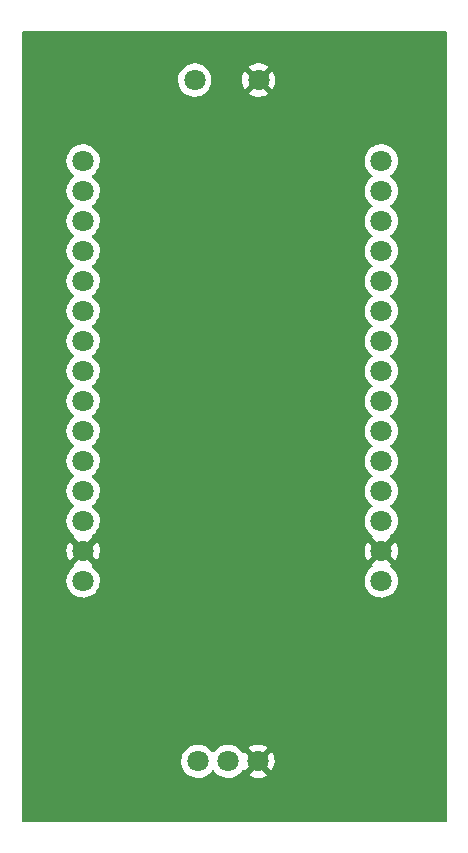
<source format=gbl>
G04 #@! TF.GenerationSoftware,KiCad,Pcbnew,(6.0.11-0)*
G04 #@! TF.CreationDate,2024-11-12T18:10:11+07:00*
G04 #@! TF.ProjectId,1,312e6b69-6361-4645-9f70-636258585858,rev?*
G04 #@! TF.SameCoordinates,Original*
G04 #@! TF.FileFunction,Copper,L2,Bot*
G04 #@! TF.FilePolarity,Positive*
%FSLAX46Y46*%
G04 Gerber Fmt 4.6, Leading zero omitted, Abs format (unit mm)*
G04 Created by KiCad (PCBNEW (6.0.11-0)) date 2024-11-12 18:10:11*
%MOMM*%
%LPD*%
G01*
G04 APERTURE LIST*
G04 #@! TA.AperFunction,ComponentPad*
%ADD10C,1.800000*%
G04 #@! TD*
G04 APERTURE END LIST*
D10*
X119150000Y-31670000D03*
X124500000Y-89340000D03*
X109700000Y-38510000D03*
X124550000Y-31670000D03*
X119420000Y-89340000D03*
X121960000Y-89340000D03*
X109700000Y-41050000D03*
X109700000Y-43590000D03*
X109700000Y-46130000D03*
X109700000Y-48670000D03*
X109700000Y-51210000D03*
X109700000Y-53750000D03*
X109700000Y-56290000D03*
X109700000Y-58830000D03*
X109700000Y-61370000D03*
X109700000Y-63910000D03*
X109700000Y-66450000D03*
X109700000Y-68990000D03*
X109700000Y-71530000D03*
X109700000Y-74070000D03*
X134950000Y-38510000D03*
X134950000Y-41050000D03*
X134950000Y-43590000D03*
X134950000Y-46130000D03*
X134950000Y-48670000D03*
X134950000Y-51210000D03*
X134950000Y-53750000D03*
X134950000Y-56290000D03*
X134950000Y-58830000D03*
X134950000Y-61370000D03*
X134950000Y-63910000D03*
X134950000Y-66450000D03*
X134950000Y-68990000D03*
X134950000Y-71530000D03*
X134950000Y-74070000D03*
G04 #@! TA.AperFunction,Conductor*
G36*
X140433621Y-27528502D02*
G01*
X140480114Y-27582158D01*
X140491500Y-27634500D01*
X140491500Y-94365500D01*
X140471498Y-94433621D01*
X140417842Y-94480114D01*
X140365500Y-94491500D01*
X104634500Y-94491500D01*
X104566379Y-94471498D01*
X104519886Y-94417842D01*
X104508500Y-94365500D01*
X104508500Y-89305469D01*
X118007095Y-89305469D01*
X118007392Y-89310622D01*
X118007392Y-89310625D01*
X118012872Y-89405663D01*
X118020427Y-89536697D01*
X118021564Y-89541743D01*
X118021565Y-89541749D01*
X118042228Y-89633436D01*
X118071346Y-89762642D01*
X118073288Y-89767424D01*
X118073289Y-89767428D01*
X118112802Y-89864737D01*
X118158484Y-89977237D01*
X118279501Y-90174719D01*
X118431147Y-90349784D01*
X118609349Y-90497730D01*
X118809322Y-90614584D01*
X119025694Y-90697209D01*
X119030760Y-90698240D01*
X119030761Y-90698240D01*
X119083846Y-90709040D01*
X119252656Y-90743385D01*
X119383324Y-90748176D01*
X119478949Y-90751683D01*
X119478953Y-90751683D01*
X119484113Y-90751872D01*
X119489233Y-90751216D01*
X119489235Y-90751216D01*
X119562291Y-90741857D01*
X119713847Y-90722442D01*
X119718795Y-90720957D01*
X119718802Y-90720956D01*
X119930747Y-90657369D01*
X119935690Y-90655886D01*
X120017161Y-90615974D01*
X120139049Y-90556262D01*
X120139052Y-90556260D01*
X120143684Y-90553991D01*
X120332243Y-90419494D01*
X120496303Y-90256005D01*
X120499319Y-90251808D01*
X120499326Y-90251800D01*
X120586960Y-90129844D01*
X120642954Y-90086196D01*
X120713658Y-90079750D01*
X120776622Y-90112553D01*
X120796715Y-90137536D01*
X120816800Y-90170313D01*
X120816804Y-90170318D01*
X120819501Y-90174719D01*
X120971147Y-90349784D01*
X121149349Y-90497730D01*
X121349322Y-90614584D01*
X121565694Y-90697209D01*
X121570760Y-90698240D01*
X121570761Y-90698240D01*
X121623846Y-90709040D01*
X121792656Y-90743385D01*
X121923324Y-90748176D01*
X122018949Y-90751683D01*
X122018953Y-90751683D01*
X122024113Y-90751872D01*
X122029233Y-90751216D01*
X122029235Y-90751216D01*
X122102291Y-90741857D01*
X122253847Y-90722442D01*
X122258795Y-90720957D01*
X122258802Y-90720956D01*
X122470747Y-90657369D01*
X122475690Y-90655886D01*
X122557161Y-90615974D01*
X122679049Y-90556262D01*
X122679052Y-90556260D01*
X122683684Y-90553991D01*
X122757406Y-90501406D01*
X123703423Y-90501406D01*
X123708704Y-90508461D01*
X123885080Y-90611527D01*
X123894363Y-90615974D01*
X124101003Y-90694883D01*
X124110901Y-90697759D01*
X124327653Y-90741857D01*
X124337883Y-90743076D01*
X124558914Y-90751182D01*
X124569223Y-90750714D01*
X124788623Y-90722608D01*
X124798688Y-90720468D01*
X125010557Y-90656905D01*
X125020152Y-90653144D01*
X125218778Y-90555838D01*
X125227636Y-90550559D01*
X125285097Y-90509572D01*
X125293497Y-90498874D01*
X125286510Y-90485721D01*
X124512811Y-89712021D01*
X124498868Y-89704408D01*
X124497034Y-89704539D01*
X124490420Y-89708790D01*
X123710180Y-90489031D01*
X123703423Y-90501406D01*
X122757406Y-90501406D01*
X122872243Y-90419494D01*
X123036303Y-90256005D01*
X123127275Y-90129404D01*
X123183270Y-90085756D01*
X123253973Y-90079310D01*
X123316938Y-90112113D01*
X123322142Y-90118584D01*
X123340553Y-90135242D01*
X123349331Y-90131458D01*
X124127979Y-89352811D01*
X124134356Y-89341132D01*
X124864408Y-89341132D01*
X124864539Y-89342966D01*
X124868790Y-89349580D01*
X125646307Y-90127096D01*
X125658313Y-90133652D01*
X125670052Y-90124684D01*
X125708010Y-90071859D01*
X125713321Y-90063020D01*
X125811318Y-89864737D01*
X125815117Y-89855142D01*
X125879415Y-89643517D01*
X125881594Y-89633436D01*
X125910702Y-89412338D01*
X125911221Y-89405663D01*
X125912744Y-89343364D01*
X125912550Y-89336646D01*
X125894279Y-89114400D01*
X125892596Y-89104238D01*
X125838710Y-88889708D01*
X125835389Y-88879953D01*
X125747193Y-88677118D01*
X125742315Y-88668020D01*
X125669224Y-88555038D01*
X125658538Y-88545835D01*
X125648973Y-88550238D01*
X124872021Y-89327189D01*
X124864408Y-89341132D01*
X124134356Y-89341132D01*
X124135592Y-89338868D01*
X124135461Y-89337034D01*
X124131210Y-89330420D01*
X123353862Y-88553073D01*
X123342330Y-88546776D01*
X123314674Y-88568444D01*
X123313534Y-88566989D01*
X123279695Y-88594724D01*
X123209171Y-88602898D01*
X123145422Y-88571646D01*
X123124722Y-88547159D01*
X123082575Y-88482009D01*
X123082570Y-88482003D01*
X123079764Y-88477665D01*
X122923887Y-88306358D01*
X122919836Y-88303159D01*
X122919832Y-88303155D01*
X122764790Y-88180711D01*
X123705508Y-88180711D01*
X123712251Y-88193040D01*
X124487189Y-88967979D01*
X124501132Y-88975592D01*
X124502966Y-88975461D01*
X124509580Y-88971210D01*
X125288994Y-88191795D01*
X125296011Y-88178944D01*
X125288237Y-88168274D01*
X125285902Y-88166430D01*
X125277320Y-88160729D01*
X125083678Y-88053833D01*
X125074272Y-88049606D01*
X124865772Y-87975772D01*
X124855809Y-87973140D01*
X124638047Y-87934350D01*
X124627796Y-87933381D01*
X124406616Y-87930679D01*
X124396332Y-87931399D01*
X124177693Y-87964855D01*
X124167666Y-87967244D01*
X123957426Y-88035961D01*
X123947916Y-88039958D01*
X123751725Y-88142089D01*
X123743007Y-88147578D01*
X123713961Y-88169386D01*
X123705508Y-88180711D01*
X122764790Y-88180711D01*
X122746177Y-88166011D01*
X122746172Y-88166008D01*
X122742123Y-88162810D01*
X122737607Y-88160317D01*
X122737604Y-88160315D01*
X122543879Y-88053373D01*
X122543875Y-88053371D01*
X122539355Y-88050876D01*
X122534486Y-88049152D01*
X122534482Y-88049150D01*
X122325903Y-87975288D01*
X122325899Y-87975287D01*
X122321028Y-87973562D01*
X122315935Y-87972655D01*
X122315932Y-87972654D01*
X122098095Y-87933851D01*
X122098089Y-87933850D01*
X122093006Y-87932945D01*
X122020096Y-87932054D01*
X121866581Y-87930179D01*
X121866579Y-87930179D01*
X121861411Y-87930116D01*
X121632464Y-87965150D01*
X121412314Y-88037106D01*
X121407726Y-88039494D01*
X121407722Y-88039496D01*
X121211461Y-88141663D01*
X121206872Y-88144052D01*
X121202739Y-88147155D01*
X121202736Y-88147157D01*
X121143284Y-88191795D01*
X121021655Y-88283117D01*
X120861639Y-88450564D01*
X120794306Y-88549271D01*
X120739397Y-88594271D01*
X120668872Y-88602442D01*
X120605125Y-88571188D01*
X120584428Y-88546705D01*
X120542571Y-88482004D01*
X120539764Y-88477665D01*
X120383887Y-88306358D01*
X120379836Y-88303159D01*
X120379832Y-88303155D01*
X120206177Y-88166011D01*
X120206172Y-88166008D01*
X120202123Y-88162810D01*
X120197607Y-88160317D01*
X120197604Y-88160315D01*
X120003879Y-88053373D01*
X120003875Y-88053371D01*
X119999355Y-88050876D01*
X119994486Y-88049152D01*
X119994482Y-88049150D01*
X119785903Y-87975288D01*
X119785899Y-87975287D01*
X119781028Y-87973562D01*
X119775935Y-87972655D01*
X119775932Y-87972654D01*
X119558095Y-87933851D01*
X119558089Y-87933850D01*
X119553006Y-87932945D01*
X119480096Y-87932054D01*
X119326581Y-87930179D01*
X119326579Y-87930179D01*
X119321411Y-87930116D01*
X119092464Y-87965150D01*
X118872314Y-88037106D01*
X118867726Y-88039494D01*
X118867722Y-88039496D01*
X118671461Y-88141663D01*
X118666872Y-88144052D01*
X118662739Y-88147155D01*
X118662736Y-88147157D01*
X118603284Y-88191795D01*
X118481655Y-88283117D01*
X118321639Y-88450564D01*
X118318730Y-88454829D01*
X118318724Y-88454837D01*
X118303152Y-88477665D01*
X118191119Y-88641899D01*
X118093602Y-88851981D01*
X118031707Y-89075169D01*
X118007095Y-89305469D01*
X104508500Y-89305469D01*
X104508500Y-74035469D01*
X108287095Y-74035469D01*
X108287392Y-74040622D01*
X108287392Y-74040625D01*
X108293067Y-74139041D01*
X108300427Y-74266697D01*
X108301564Y-74271743D01*
X108301565Y-74271749D01*
X108333741Y-74414523D01*
X108351346Y-74492642D01*
X108353288Y-74497424D01*
X108353289Y-74497428D01*
X108436540Y-74702450D01*
X108438484Y-74707237D01*
X108559501Y-74904719D01*
X108711147Y-75079784D01*
X108889349Y-75227730D01*
X109089322Y-75344584D01*
X109305694Y-75427209D01*
X109310760Y-75428240D01*
X109310761Y-75428240D01*
X109363846Y-75439040D01*
X109532656Y-75473385D01*
X109663324Y-75478176D01*
X109758949Y-75481683D01*
X109758953Y-75481683D01*
X109764113Y-75481872D01*
X109769233Y-75481216D01*
X109769235Y-75481216D01*
X109842270Y-75471860D01*
X109993847Y-75452442D01*
X109998795Y-75450957D01*
X109998802Y-75450956D01*
X110210747Y-75387369D01*
X110215690Y-75385886D01*
X110296236Y-75346427D01*
X110419049Y-75286262D01*
X110419052Y-75286260D01*
X110423684Y-75283991D01*
X110612243Y-75149494D01*
X110776303Y-74986005D01*
X110911458Y-74797917D01*
X110958641Y-74702450D01*
X111011784Y-74594922D01*
X111011785Y-74594920D01*
X111014078Y-74590280D01*
X111081408Y-74368671D01*
X111111640Y-74139041D01*
X111113327Y-74070000D01*
X111110488Y-74035469D01*
X133537095Y-74035469D01*
X133537392Y-74040622D01*
X133537392Y-74040625D01*
X133543067Y-74139041D01*
X133550427Y-74266697D01*
X133551564Y-74271743D01*
X133551565Y-74271749D01*
X133583741Y-74414523D01*
X133601346Y-74492642D01*
X133603288Y-74497424D01*
X133603289Y-74497428D01*
X133686540Y-74702450D01*
X133688484Y-74707237D01*
X133809501Y-74904719D01*
X133961147Y-75079784D01*
X134139349Y-75227730D01*
X134339322Y-75344584D01*
X134555694Y-75427209D01*
X134560760Y-75428240D01*
X134560761Y-75428240D01*
X134613846Y-75439040D01*
X134782656Y-75473385D01*
X134913324Y-75478176D01*
X135008949Y-75481683D01*
X135008953Y-75481683D01*
X135014113Y-75481872D01*
X135019233Y-75481216D01*
X135019235Y-75481216D01*
X135092270Y-75471860D01*
X135243847Y-75452442D01*
X135248795Y-75450957D01*
X135248802Y-75450956D01*
X135460747Y-75387369D01*
X135465690Y-75385886D01*
X135546236Y-75346427D01*
X135669049Y-75286262D01*
X135669052Y-75286260D01*
X135673684Y-75283991D01*
X135862243Y-75149494D01*
X136026303Y-74986005D01*
X136161458Y-74797917D01*
X136208641Y-74702450D01*
X136261784Y-74594922D01*
X136261785Y-74594920D01*
X136264078Y-74590280D01*
X136331408Y-74368671D01*
X136361640Y-74139041D01*
X136363327Y-74070000D01*
X136357032Y-73993434D01*
X136344773Y-73844318D01*
X136344772Y-73844312D01*
X136344349Y-73839167D01*
X136287925Y-73614533D01*
X136285866Y-73609797D01*
X136197630Y-73406868D01*
X136197628Y-73406865D01*
X136195570Y-73402131D01*
X136069764Y-73207665D01*
X135913887Y-73036358D01*
X135909836Y-73033159D01*
X135909832Y-73033155D01*
X135736669Y-72896400D01*
X135695606Y-72838483D01*
X135692374Y-72767560D01*
X135727999Y-72706148D01*
X135733487Y-72701623D01*
X135743497Y-72688874D01*
X135736510Y-72675721D01*
X134962811Y-71902021D01*
X134948868Y-71894408D01*
X134947034Y-71894539D01*
X134940420Y-71898790D01*
X134160180Y-72679031D01*
X134153423Y-72691406D01*
X134172730Y-72717197D01*
X134172040Y-72717713D01*
X134196627Y-72743737D01*
X134209743Y-72813511D01*
X134183055Y-72879300D01*
X134160023Y-72901719D01*
X134011655Y-73013117D01*
X133851639Y-73180564D01*
X133848725Y-73184836D01*
X133848724Y-73184837D01*
X133833152Y-73207665D01*
X133721119Y-73371899D01*
X133623602Y-73581981D01*
X133561707Y-73805169D01*
X133537095Y-74035469D01*
X111110488Y-74035469D01*
X111107032Y-73993434D01*
X111094773Y-73844318D01*
X111094772Y-73844312D01*
X111094349Y-73839167D01*
X111037925Y-73614533D01*
X111035866Y-73609797D01*
X110947630Y-73406868D01*
X110947628Y-73406865D01*
X110945570Y-73402131D01*
X110819764Y-73207665D01*
X110663887Y-73036358D01*
X110659836Y-73033159D01*
X110659832Y-73033155D01*
X110486669Y-72896400D01*
X110445606Y-72838483D01*
X110442374Y-72767560D01*
X110477999Y-72706148D01*
X110483487Y-72701623D01*
X110493497Y-72688874D01*
X110486510Y-72675721D01*
X109712811Y-71902021D01*
X109698868Y-71894408D01*
X109697034Y-71894539D01*
X109690420Y-71898790D01*
X108910180Y-72679031D01*
X108903423Y-72691406D01*
X108922730Y-72717197D01*
X108922040Y-72717713D01*
X108946627Y-72743737D01*
X108959743Y-72813511D01*
X108933055Y-72879300D01*
X108910023Y-72901719D01*
X108761655Y-73013117D01*
X108601639Y-73180564D01*
X108598725Y-73184836D01*
X108598724Y-73184837D01*
X108583152Y-73207665D01*
X108471119Y-73371899D01*
X108373602Y-73581981D01*
X108311707Y-73805169D01*
X108287095Y-74035469D01*
X104508500Y-74035469D01*
X104508500Y-71500638D01*
X108287893Y-71500638D01*
X108300627Y-71721468D01*
X108302061Y-71731670D01*
X108350685Y-71947439D01*
X108353773Y-71957292D01*
X108436986Y-72162220D01*
X108441634Y-72171421D01*
X108530097Y-72315781D01*
X108540553Y-72325242D01*
X108549331Y-72321458D01*
X109327979Y-71542811D01*
X109334356Y-71531132D01*
X110064408Y-71531132D01*
X110064539Y-71532966D01*
X110068790Y-71539580D01*
X110846307Y-72317096D01*
X110858313Y-72323652D01*
X110870052Y-72314684D01*
X110908010Y-72261859D01*
X110913321Y-72253020D01*
X111011318Y-72054737D01*
X111015117Y-72045142D01*
X111079415Y-71833517D01*
X111081594Y-71823436D01*
X111110702Y-71602338D01*
X111111221Y-71595663D01*
X111112744Y-71533364D01*
X111112550Y-71526646D01*
X111110412Y-71500638D01*
X133537893Y-71500638D01*
X133550627Y-71721468D01*
X133552061Y-71731670D01*
X133600685Y-71947439D01*
X133603773Y-71957292D01*
X133686986Y-72162220D01*
X133691634Y-72171421D01*
X133780097Y-72315781D01*
X133790553Y-72325242D01*
X133799331Y-72321458D01*
X134577979Y-71542811D01*
X134584356Y-71531132D01*
X135314408Y-71531132D01*
X135314539Y-71532966D01*
X135318790Y-71539580D01*
X136096307Y-72317096D01*
X136108313Y-72323652D01*
X136120052Y-72314684D01*
X136158010Y-72261859D01*
X136163321Y-72253020D01*
X136261318Y-72054737D01*
X136265117Y-72045142D01*
X136329415Y-71833517D01*
X136331594Y-71823436D01*
X136360702Y-71602338D01*
X136361221Y-71595663D01*
X136362744Y-71533364D01*
X136362550Y-71526646D01*
X136344279Y-71304400D01*
X136342596Y-71294238D01*
X136288710Y-71079708D01*
X136285389Y-71069953D01*
X136197193Y-70867118D01*
X136192315Y-70858020D01*
X136119224Y-70745038D01*
X136108538Y-70735835D01*
X136098973Y-70740238D01*
X135322021Y-71517189D01*
X135314408Y-71531132D01*
X134584356Y-71531132D01*
X134585592Y-71528868D01*
X134585461Y-71527034D01*
X134581210Y-71520420D01*
X133803862Y-70743073D01*
X133792330Y-70736776D01*
X133780048Y-70746399D01*
X133724467Y-70827877D01*
X133719379Y-70836833D01*
X133626252Y-71037459D01*
X133622689Y-71047146D01*
X133563581Y-71260280D01*
X133561650Y-71270400D01*
X133538145Y-71490349D01*
X133537893Y-71500638D01*
X111110412Y-71500638D01*
X111094279Y-71304400D01*
X111092596Y-71294238D01*
X111038710Y-71079708D01*
X111035389Y-71069953D01*
X110947193Y-70867118D01*
X110942315Y-70858020D01*
X110869224Y-70745038D01*
X110858538Y-70735835D01*
X110848973Y-70740238D01*
X110072021Y-71517189D01*
X110064408Y-71531132D01*
X109334356Y-71531132D01*
X109335592Y-71528868D01*
X109335461Y-71527034D01*
X109331210Y-71520420D01*
X108553862Y-70743073D01*
X108542330Y-70736776D01*
X108530048Y-70746399D01*
X108474467Y-70827877D01*
X108469379Y-70836833D01*
X108376252Y-71037459D01*
X108372689Y-71047146D01*
X108313581Y-71260280D01*
X108311650Y-71270400D01*
X108288145Y-71490349D01*
X108287893Y-71500638D01*
X104508500Y-71500638D01*
X104508500Y-68955469D01*
X108287095Y-68955469D01*
X108287392Y-68960622D01*
X108287392Y-68960625D01*
X108293067Y-69059041D01*
X108300427Y-69186697D01*
X108301564Y-69191743D01*
X108301565Y-69191749D01*
X108333741Y-69334523D01*
X108351346Y-69412642D01*
X108353288Y-69417424D01*
X108353289Y-69417428D01*
X108436540Y-69622450D01*
X108438484Y-69627237D01*
X108559501Y-69824719D01*
X108711147Y-69999784D01*
X108889349Y-70147730D01*
X108893814Y-70150339D01*
X108897979Y-70152773D01*
X108946700Y-70204414D01*
X108959767Y-70274198D01*
X108933033Y-70339968D01*
X108916323Y-70356221D01*
X108905508Y-70370711D01*
X108912251Y-70383040D01*
X109687189Y-71157979D01*
X109701132Y-71165592D01*
X109702966Y-71165461D01*
X109709580Y-71161210D01*
X110488994Y-70381795D01*
X110496011Y-70368944D01*
X110488237Y-70358275D01*
X110486655Y-70357025D01*
X110445592Y-70299109D01*
X110442359Y-70228186D01*
X110477983Y-70166774D01*
X110491578Y-70155563D01*
X110507193Y-70144425D01*
X110612243Y-70069494D01*
X110776303Y-69906005D01*
X110911458Y-69717917D01*
X110958641Y-69622450D01*
X111011784Y-69514922D01*
X111011785Y-69514920D01*
X111014078Y-69510280D01*
X111081408Y-69288671D01*
X111111640Y-69059041D01*
X111113327Y-68990000D01*
X111110488Y-68955469D01*
X133537095Y-68955469D01*
X133537392Y-68960622D01*
X133537392Y-68960625D01*
X133543067Y-69059041D01*
X133550427Y-69186697D01*
X133551564Y-69191743D01*
X133551565Y-69191749D01*
X133583741Y-69334523D01*
X133601346Y-69412642D01*
X133603288Y-69417424D01*
X133603289Y-69417428D01*
X133686540Y-69622450D01*
X133688484Y-69627237D01*
X133809501Y-69824719D01*
X133961147Y-69999784D01*
X134139349Y-70147730D01*
X134143814Y-70150339D01*
X134147979Y-70152773D01*
X134196700Y-70204414D01*
X134209767Y-70274198D01*
X134183033Y-70339968D01*
X134166323Y-70356221D01*
X134155508Y-70370711D01*
X134162251Y-70383040D01*
X134937189Y-71157979D01*
X134951132Y-71165592D01*
X134952966Y-71165461D01*
X134959580Y-71161210D01*
X135738994Y-70381795D01*
X135746011Y-70368944D01*
X135738237Y-70358275D01*
X135736655Y-70357025D01*
X135695592Y-70299109D01*
X135692359Y-70228186D01*
X135727983Y-70166774D01*
X135741578Y-70155563D01*
X135757193Y-70144425D01*
X135862243Y-70069494D01*
X136026303Y-69906005D01*
X136161458Y-69717917D01*
X136208641Y-69622450D01*
X136261784Y-69514922D01*
X136261785Y-69514920D01*
X136264078Y-69510280D01*
X136331408Y-69288671D01*
X136361640Y-69059041D01*
X136363327Y-68990000D01*
X136357032Y-68913434D01*
X136344773Y-68764318D01*
X136344772Y-68764312D01*
X136344349Y-68759167D01*
X136287925Y-68534533D01*
X136285866Y-68529797D01*
X136197630Y-68326868D01*
X136197628Y-68326865D01*
X136195570Y-68322131D01*
X136069764Y-68127665D01*
X135913887Y-67956358D01*
X135909836Y-67953159D01*
X135909832Y-67953155D01*
X135737077Y-67816722D01*
X135696014Y-67758805D01*
X135692782Y-67687882D01*
X135728407Y-67626470D01*
X135742001Y-67615261D01*
X135745872Y-67612500D01*
X135862243Y-67529494D01*
X136026303Y-67366005D01*
X136161458Y-67177917D01*
X136208641Y-67082450D01*
X136261784Y-66974922D01*
X136261785Y-66974920D01*
X136264078Y-66970280D01*
X136331408Y-66748671D01*
X136361640Y-66519041D01*
X136363327Y-66450000D01*
X136357032Y-66373434D01*
X136344773Y-66224318D01*
X136344772Y-66224312D01*
X136344349Y-66219167D01*
X136287925Y-65994533D01*
X136285866Y-65989797D01*
X136197630Y-65786868D01*
X136197628Y-65786865D01*
X136195570Y-65782131D01*
X136069764Y-65587665D01*
X135913887Y-65416358D01*
X135909836Y-65413159D01*
X135909832Y-65413155D01*
X135737077Y-65276722D01*
X135696014Y-65218805D01*
X135692782Y-65147882D01*
X135728407Y-65086470D01*
X135742001Y-65075261D01*
X135745872Y-65072500D01*
X135862243Y-64989494D01*
X136026303Y-64826005D01*
X136161458Y-64637917D01*
X136208641Y-64542450D01*
X136261784Y-64434922D01*
X136261785Y-64434920D01*
X136264078Y-64430280D01*
X136331408Y-64208671D01*
X136361640Y-63979041D01*
X136363327Y-63910000D01*
X136357032Y-63833434D01*
X136344773Y-63684318D01*
X136344772Y-63684312D01*
X136344349Y-63679167D01*
X136287925Y-63454533D01*
X136285866Y-63449797D01*
X136197630Y-63246868D01*
X136197628Y-63246865D01*
X136195570Y-63242131D01*
X136069764Y-63047665D01*
X135913887Y-62876358D01*
X135909836Y-62873159D01*
X135909832Y-62873155D01*
X135737077Y-62736722D01*
X135696014Y-62678805D01*
X135692782Y-62607882D01*
X135728407Y-62546470D01*
X135742001Y-62535261D01*
X135745872Y-62532500D01*
X135862243Y-62449494D01*
X136026303Y-62286005D01*
X136161458Y-62097917D01*
X136208641Y-62002450D01*
X136261784Y-61894922D01*
X136261785Y-61894920D01*
X136264078Y-61890280D01*
X136331408Y-61668671D01*
X136361640Y-61439041D01*
X136363327Y-61370000D01*
X136357032Y-61293434D01*
X136344773Y-61144318D01*
X136344772Y-61144312D01*
X136344349Y-61139167D01*
X136287925Y-60914533D01*
X136285866Y-60909797D01*
X136197630Y-60706868D01*
X136197628Y-60706865D01*
X136195570Y-60702131D01*
X136069764Y-60507665D01*
X135913887Y-60336358D01*
X135909836Y-60333159D01*
X135909832Y-60333155D01*
X135737077Y-60196722D01*
X135696014Y-60138805D01*
X135692782Y-60067882D01*
X135728407Y-60006470D01*
X135742001Y-59995261D01*
X135745872Y-59992500D01*
X135862243Y-59909494D01*
X136026303Y-59746005D01*
X136161458Y-59557917D01*
X136208641Y-59462450D01*
X136261784Y-59354922D01*
X136261785Y-59354920D01*
X136264078Y-59350280D01*
X136331408Y-59128671D01*
X136361640Y-58899041D01*
X136363327Y-58830000D01*
X136357032Y-58753434D01*
X136344773Y-58604318D01*
X136344772Y-58604312D01*
X136344349Y-58599167D01*
X136287925Y-58374533D01*
X136285866Y-58369797D01*
X136197630Y-58166868D01*
X136197628Y-58166865D01*
X136195570Y-58162131D01*
X136069764Y-57967665D01*
X135913887Y-57796358D01*
X135909836Y-57793159D01*
X135909832Y-57793155D01*
X135737077Y-57656722D01*
X135696014Y-57598805D01*
X135692782Y-57527882D01*
X135728407Y-57466470D01*
X135742001Y-57455261D01*
X135745872Y-57452500D01*
X135862243Y-57369494D01*
X136026303Y-57206005D01*
X136161458Y-57017917D01*
X136208641Y-56922450D01*
X136261784Y-56814922D01*
X136261785Y-56814920D01*
X136264078Y-56810280D01*
X136331408Y-56588671D01*
X136361640Y-56359041D01*
X136363327Y-56290000D01*
X136357032Y-56213434D01*
X136344773Y-56064318D01*
X136344772Y-56064312D01*
X136344349Y-56059167D01*
X136287925Y-55834533D01*
X136285866Y-55829797D01*
X136197630Y-55626868D01*
X136197628Y-55626865D01*
X136195570Y-55622131D01*
X136069764Y-55427665D01*
X135913887Y-55256358D01*
X135909836Y-55253159D01*
X135909832Y-55253155D01*
X135737077Y-55116722D01*
X135696014Y-55058805D01*
X135692782Y-54987882D01*
X135728407Y-54926470D01*
X135742001Y-54915261D01*
X135745872Y-54912500D01*
X135862243Y-54829494D01*
X136026303Y-54666005D01*
X136161458Y-54477917D01*
X136208641Y-54382450D01*
X136261784Y-54274922D01*
X136261785Y-54274920D01*
X136264078Y-54270280D01*
X136331408Y-54048671D01*
X136361640Y-53819041D01*
X136363327Y-53750000D01*
X136357032Y-53673434D01*
X136344773Y-53524318D01*
X136344772Y-53524312D01*
X136344349Y-53519167D01*
X136287925Y-53294533D01*
X136285866Y-53289797D01*
X136197630Y-53086868D01*
X136197628Y-53086865D01*
X136195570Y-53082131D01*
X136069764Y-52887665D01*
X135913887Y-52716358D01*
X135909836Y-52713159D01*
X135909832Y-52713155D01*
X135737077Y-52576722D01*
X135696014Y-52518805D01*
X135692782Y-52447882D01*
X135728407Y-52386470D01*
X135742001Y-52375261D01*
X135745872Y-52372500D01*
X135862243Y-52289494D01*
X136026303Y-52126005D01*
X136161458Y-51937917D01*
X136208641Y-51842450D01*
X136261784Y-51734922D01*
X136261785Y-51734920D01*
X136264078Y-51730280D01*
X136331408Y-51508671D01*
X136361640Y-51279041D01*
X136363327Y-51210000D01*
X136357032Y-51133434D01*
X136344773Y-50984318D01*
X136344772Y-50984312D01*
X136344349Y-50979167D01*
X136287925Y-50754533D01*
X136285866Y-50749797D01*
X136197630Y-50546868D01*
X136197628Y-50546865D01*
X136195570Y-50542131D01*
X136069764Y-50347665D01*
X135913887Y-50176358D01*
X135909836Y-50173159D01*
X135909832Y-50173155D01*
X135737077Y-50036722D01*
X135696014Y-49978805D01*
X135692782Y-49907882D01*
X135728407Y-49846470D01*
X135742001Y-49835261D01*
X135745872Y-49832500D01*
X135862243Y-49749494D01*
X136026303Y-49586005D01*
X136161458Y-49397917D01*
X136208641Y-49302450D01*
X136261784Y-49194922D01*
X136261785Y-49194920D01*
X136264078Y-49190280D01*
X136331408Y-48968671D01*
X136361640Y-48739041D01*
X136363327Y-48670000D01*
X136357032Y-48593434D01*
X136344773Y-48444318D01*
X136344772Y-48444312D01*
X136344349Y-48439167D01*
X136287925Y-48214533D01*
X136285866Y-48209797D01*
X136197630Y-48006868D01*
X136197628Y-48006865D01*
X136195570Y-48002131D01*
X136069764Y-47807665D01*
X135913887Y-47636358D01*
X135909836Y-47633159D01*
X135909832Y-47633155D01*
X135737077Y-47496722D01*
X135696014Y-47438805D01*
X135692782Y-47367882D01*
X135728407Y-47306470D01*
X135742001Y-47295261D01*
X135745872Y-47292500D01*
X135862243Y-47209494D01*
X136026303Y-47046005D01*
X136161458Y-46857917D01*
X136208641Y-46762450D01*
X136261784Y-46654922D01*
X136261785Y-46654920D01*
X136264078Y-46650280D01*
X136331408Y-46428671D01*
X136361640Y-46199041D01*
X136363327Y-46130000D01*
X136357032Y-46053434D01*
X136344773Y-45904318D01*
X136344772Y-45904312D01*
X136344349Y-45899167D01*
X136287925Y-45674533D01*
X136285866Y-45669797D01*
X136197630Y-45466868D01*
X136197628Y-45466865D01*
X136195570Y-45462131D01*
X136069764Y-45267665D01*
X135913887Y-45096358D01*
X135909836Y-45093159D01*
X135909832Y-45093155D01*
X135737077Y-44956722D01*
X135696014Y-44898805D01*
X135692782Y-44827882D01*
X135728407Y-44766470D01*
X135742001Y-44755261D01*
X135745872Y-44752500D01*
X135862243Y-44669494D01*
X136026303Y-44506005D01*
X136161458Y-44317917D01*
X136208641Y-44222450D01*
X136261784Y-44114922D01*
X136261785Y-44114920D01*
X136264078Y-44110280D01*
X136331408Y-43888671D01*
X136361640Y-43659041D01*
X136363327Y-43590000D01*
X136357032Y-43513434D01*
X136344773Y-43364318D01*
X136344772Y-43364312D01*
X136344349Y-43359167D01*
X136287925Y-43134533D01*
X136285866Y-43129797D01*
X136197630Y-42926868D01*
X136197628Y-42926865D01*
X136195570Y-42922131D01*
X136069764Y-42727665D01*
X135913887Y-42556358D01*
X135909836Y-42553159D01*
X135909832Y-42553155D01*
X135737077Y-42416722D01*
X135696014Y-42358805D01*
X135692782Y-42287882D01*
X135728407Y-42226470D01*
X135742001Y-42215261D01*
X135745872Y-42212500D01*
X135862243Y-42129494D01*
X136026303Y-41966005D01*
X136161458Y-41777917D01*
X136208641Y-41682450D01*
X136261784Y-41574922D01*
X136261785Y-41574920D01*
X136264078Y-41570280D01*
X136331408Y-41348671D01*
X136361640Y-41119041D01*
X136363327Y-41050000D01*
X136357032Y-40973434D01*
X136344773Y-40824318D01*
X136344772Y-40824312D01*
X136344349Y-40819167D01*
X136287925Y-40594533D01*
X136285866Y-40589797D01*
X136197630Y-40386868D01*
X136197628Y-40386865D01*
X136195570Y-40382131D01*
X136069764Y-40187665D01*
X135913887Y-40016358D01*
X135909836Y-40013159D01*
X135909832Y-40013155D01*
X135737077Y-39876722D01*
X135696014Y-39818805D01*
X135692782Y-39747882D01*
X135728407Y-39686470D01*
X135742001Y-39675261D01*
X135745872Y-39672500D01*
X135862243Y-39589494D01*
X136026303Y-39426005D01*
X136161458Y-39237917D01*
X136208641Y-39142450D01*
X136261784Y-39034922D01*
X136261785Y-39034920D01*
X136264078Y-39030280D01*
X136331408Y-38808671D01*
X136361640Y-38579041D01*
X136363327Y-38510000D01*
X136357032Y-38433434D01*
X136344773Y-38284318D01*
X136344772Y-38284312D01*
X136344349Y-38279167D01*
X136287925Y-38054533D01*
X136285866Y-38049797D01*
X136197630Y-37846868D01*
X136197628Y-37846865D01*
X136195570Y-37842131D01*
X136069764Y-37647665D01*
X135913887Y-37476358D01*
X135909836Y-37473159D01*
X135909832Y-37473155D01*
X135736177Y-37336011D01*
X135736172Y-37336008D01*
X135732123Y-37332810D01*
X135727607Y-37330317D01*
X135727604Y-37330315D01*
X135533879Y-37223373D01*
X135533875Y-37223371D01*
X135529355Y-37220876D01*
X135524486Y-37219152D01*
X135524482Y-37219150D01*
X135315903Y-37145288D01*
X135315899Y-37145287D01*
X135311028Y-37143562D01*
X135305935Y-37142655D01*
X135305932Y-37142654D01*
X135088095Y-37103851D01*
X135088089Y-37103850D01*
X135083006Y-37102945D01*
X135010096Y-37102054D01*
X134856581Y-37100179D01*
X134856579Y-37100179D01*
X134851411Y-37100116D01*
X134622464Y-37135150D01*
X134402314Y-37207106D01*
X134397726Y-37209494D01*
X134397722Y-37209496D01*
X134371065Y-37223373D01*
X134196872Y-37314052D01*
X134192739Y-37317155D01*
X134192736Y-37317157D01*
X134167625Y-37336011D01*
X134011655Y-37453117D01*
X133851639Y-37620564D01*
X133848725Y-37624836D01*
X133848724Y-37624837D01*
X133833152Y-37647665D01*
X133721119Y-37811899D01*
X133623602Y-38021981D01*
X133561707Y-38245169D01*
X133537095Y-38475469D01*
X133537392Y-38480622D01*
X133537392Y-38480625D01*
X133543067Y-38579041D01*
X133550427Y-38706697D01*
X133551564Y-38711743D01*
X133551565Y-38711749D01*
X133583741Y-38854523D01*
X133601346Y-38932642D01*
X133603288Y-38937424D01*
X133603289Y-38937428D01*
X133686540Y-39142450D01*
X133688484Y-39147237D01*
X133809501Y-39344719D01*
X133961147Y-39519784D01*
X134139349Y-39667730D01*
X134143819Y-39670342D01*
X134147511Y-39672500D01*
X134196232Y-39724140D01*
X134209301Y-39793924D01*
X134182566Y-39859694D01*
X134159589Y-39882045D01*
X134011655Y-39993117D01*
X133851639Y-40160564D01*
X133848725Y-40164836D01*
X133848724Y-40164837D01*
X133833152Y-40187665D01*
X133721119Y-40351899D01*
X133623602Y-40561981D01*
X133561707Y-40785169D01*
X133537095Y-41015469D01*
X133537392Y-41020622D01*
X133537392Y-41020625D01*
X133543067Y-41119041D01*
X133550427Y-41246697D01*
X133551564Y-41251743D01*
X133551565Y-41251749D01*
X133583741Y-41394523D01*
X133601346Y-41472642D01*
X133603288Y-41477424D01*
X133603289Y-41477428D01*
X133686540Y-41682450D01*
X133688484Y-41687237D01*
X133809501Y-41884719D01*
X133961147Y-42059784D01*
X134139349Y-42207730D01*
X134143819Y-42210342D01*
X134147511Y-42212500D01*
X134196232Y-42264140D01*
X134209301Y-42333924D01*
X134182566Y-42399694D01*
X134159589Y-42422045D01*
X134011655Y-42533117D01*
X133851639Y-42700564D01*
X133848725Y-42704836D01*
X133848724Y-42704837D01*
X133833152Y-42727665D01*
X133721119Y-42891899D01*
X133623602Y-43101981D01*
X133561707Y-43325169D01*
X133537095Y-43555469D01*
X133537392Y-43560622D01*
X133537392Y-43560625D01*
X133543067Y-43659041D01*
X133550427Y-43786697D01*
X133551564Y-43791743D01*
X133551565Y-43791749D01*
X133583741Y-43934523D01*
X133601346Y-44012642D01*
X133603288Y-44017424D01*
X133603289Y-44017428D01*
X133686540Y-44222450D01*
X133688484Y-44227237D01*
X133809501Y-44424719D01*
X133961147Y-44599784D01*
X134139349Y-44747730D01*
X134143819Y-44750342D01*
X134147511Y-44752500D01*
X134196232Y-44804140D01*
X134209301Y-44873924D01*
X134182566Y-44939694D01*
X134159589Y-44962045D01*
X134011655Y-45073117D01*
X133851639Y-45240564D01*
X133848725Y-45244836D01*
X133848724Y-45244837D01*
X133833152Y-45267665D01*
X133721119Y-45431899D01*
X133623602Y-45641981D01*
X133561707Y-45865169D01*
X133537095Y-46095469D01*
X133537392Y-46100622D01*
X133537392Y-46100625D01*
X133543067Y-46199041D01*
X133550427Y-46326697D01*
X133551564Y-46331743D01*
X133551565Y-46331749D01*
X133583741Y-46474523D01*
X133601346Y-46552642D01*
X133603288Y-46557424D01*
X133603289Y-46557428D01*
X133686540Y-46762450D01*
X133688484Y-46767237D01*
X133809501Y-46964719D01*
X133961147Y-47139784D01*
X134139349Y-47287730D01*
X134143819Y-47290342D01*
X134147511Y-47292500D01*
X134196232Y-47344140D01*
X134209301Y-47413924D01*
X134182566Y-47479694D01*
X134159589Y-47502045D01*
X134011655Y-47613117D01*
X133851639Y-47780564D01*
X133848725Y-47784836D01*
X133848724Y-47784837D01*
X133833152Y-47807665D01*
X133721119Y-47971899D01*
X133623602Y-48181981D01*
X133561707Y-48405169D01*
X133537095Y-48635469D01*
X133537392Y-48640622D01*
X133537392Y-48640625D01*
X133543067Y-48739041D01*
X133550427Y-48866697D01*
X133551564Y-48871743D01*
X133551565Y-48871749D01*
X133583741Y-49014523D01*
X133601346Y-49092642D01*
X133603288Y-49097424D01*
X133603289Y-49097428D01*
X133686540Y-49302450D01*
X133688484Y-49307237D01*
X133809501Y-49504719D01*
X133961147Y-49679784D01*
X134139349Y-49827730D01*
X134143819Y-49830342D01*
X134147511Y-49832500D01*
X134196232Y-49884140D01*
X134209301Y-49953924D01*
X134182566Y-50019694D01*
X134159589Y-50042045D01*
X134011655Y-50153117D01*
X133851639Y-50320564D01*
X133848725Y-50324836D01*
X133848724Y-50324837D01*
X133833152Y-50347665D01*
X133721119Y-50511899D01*
X133623602Y-50721981D01*
X133561707Y-50945169D01*
X133537095Y-51175469D01*
X133537392Y-51180622D01*
X133537392Y-51180625D01*
X133543067Y-51279041D01*
X133550427Y-51406697D01*
X133551564Y-51411743D01*
X133551565Y-51411749D01*
X133583741Y-51554523D01*
X133601346Y-51632642D01*
X133603288Y-51637424D01*
X133603289Y-51637428D01*
X133686540Y-51842450D01*
X133688484Y-51847237D01*
X133809501Y-52044719D01*
X133961147Y-52219784D01*
X134139349Y-52367730D01*
X134143819Y-52370342D01*
X134147511Y-52372500D01*
X134196232Y-52424140D01*
X134209301Y-52493924D01*
X134182566Y-52559694D01*
X134159589Y-52582045D01*
X134011655Y-52693117D01*
X133851639Y-52860564D01*
X133848725Y-52864836D01*
X133848724Y-52864837D01*
X133833152Y-52887665D01*
X133721119Y-53051899D01*
X133623602Y-53261981D01*
X133561707Y-53485169D01*
X133537095Y-53715469D01*
X133537392Y-53720622D01*
X133537392Y-53720625D01*
X133543067Y-53819041D01*
X133550427Y-53946697D01*
X133551564Y-53951743D01*
X133551565Y-53951749D01*
X133583741Y-54094523D01*
X133601346Y-54172642D01*
X133603288Y-54177424D01*
X133603289Y-54177428D01*
X133686540Y-54382450D01*
X133688484Y-54387237D01*
X133809501Y-54584719D01*
X133961147Y-54759784D01*
X134139349Y-54907730D01*
X134143819Y-54910342D01*
X134147511Y-54912500D01*
X134196232Y-54964140D01*
X134209301Y-55033924D01*
X134182566Y-55099694D01*
X134159589Y-55122045D01*
X134011655Y-55233117D01*
X133851639Y-55400564D01*
X133848725Y-55404836D01*
X133848724Y-55404837D01*
X133833152Y-55427665D01*
X133721119Y-55591899D01*
X133623602Y-55801981D01*
X133561707Y-56025169D01*
X133537095Y-56255469D01*
X133537392Y-56260622D01*
X133537392Y-56260625D01*
X133543067Y-56359041D01*
X133550427Y-56486697D01*
X133551564Y-56491743D01*
X133551565Y-56491749D01*
X133583741Y-56634523D01*
X133601346Y-56712642D01*
X133603288Y-56717424D01*
X133603289Y-56717428D01*
X133686540Y-56922450D01*
X133688484Y-56927237D01*
X133809501Y-57124719D01*
X133961147Y-57299784D01*
X134139349Y-57447730D01*
X134143819Y-57450342D01*
X134147511Y-57452500D01*
X134196232Y-57504140D01*
X134209301Y-57573924D01*
X134182566Y-57639694D01*
X134159589Y-57662045D01*
X134011655Y-57773117D01*
X133851639Y-57940564D01*
X133848725Y-57944836D01*
X133848724Y-57944837D01*
X133833152Y-57967665D01*
X133721119Y-58131899D01*
X133623602Y-58341981D01*
X133561707Y-58565169D01*
X133537095Y-58795469D01*
X133537392Y-58800622D01*
X133537392Y-58800625D01*
X133543067Y-58899041D01*
X133550427Y-59026697D01*
X133551564Y-59031743D01*
X133551565Y-59031749D01*
X133583741Y-59174523D01*
X133601346Y-59252642D01*
X133603288Y-59257424D01*
X133603289Y-59257428D01*
X133686540Y-59462450D01*
X133688484Y-59467237D01*
X133809501Y-59664719D01*
X133961147Y-59839784D01*
X134139349Y-59987730D01*
X134143819Y-59990342D01*
X134147511Y-59992500D01*
X134196232Y-60044140D01*
X134209301Y-60113924D01*
X134182566Y-60179694D01*
X134159589Y-60202045D01*
X134011655Y-60313117D01*
X133851639Y-60480564D01*
X133848725Y-60484836D01*
X133848724Y-60484837D01*
X133833152Y-60507665D01*
X133721119Y-60671899D01*
X133623602Y-60881981D01*
X133561707Y-61105169D01*
X133537095Y-61335469D01*
X133537392Y-61340622D01*
X133537392Y-61340625D01*
X133543067Y-61439041D01*
X133550427Y-61566697D01*
X133551564Y-61571743D01*
X133551565Y-61571749D01*
X133583741Y-61714523D01*
X133601346Y-61792642D01*
X133603288Y-61797424D01*
X133603289Y-61797428D01*
X133686540Y-62002450D01*
X133688484Y-62007237D01*
X133809501Y-62204719D01*
X133961147Y-62379784D01*
X134139349Y-62527730D01*
X134143819Y-62530342D01*
X134147511Y-62532500D01*
X134196232Y-62584140D01*
X134209301Y-62653924D01*
X134182566Y-62719694D01*
X134159589Y-62742045D01*
X134011655Y-62853117D01*
X133851639Y-63020564D01*
X133848725Y-63024836D01*
X133848724Y-63024837D01*
X133833152Y-63047665D01*
X133721119Y-63211899D01*
X133623602Y-63421981D01*
X133561707Y-63645169D01*
X133537095Y-63875469D01*
X133537392Y-63880622D01*
X133537392Y-63880625D01*
X133543067Y-63979041D01*
X133550427Y-64106697D01*
X133551564Y-64111743D01*
X133551565Y-64111749D01*
X133583741Y-64254523D01*
X133601346Y-64332642D01*
X133603288Y-64337424D01*
X133603289Y-64337428D01*
X133686540Y-64542450D01*
X133688484Y-64547237D01*
X133809501Y-64744719D01*
X133961147Y-64919784D01*
X134139349Y-65067730D01*
X134143819Y-65070342D01*
X134147511Y-65072500D01*
X134196232Y-65124140D01*
X134209301Y-65193924D01*
X134182566Y-65259694D01*
X134159589Y-65282045D01*
X134011655Y-65393117D01*
X133851639Y-65560564D01*
X133848725Y-65564836D01*
X133848724Y-65564837D01*
X133833152Y-65587665D01*
X133721119Y-65751899D01*
X133623602Y-65961981D01*
X133561707Y-66185169D01*
X133537095Y-66415469D01*
X133537392Y-66420622D01*
X133537392Y-66420625D01*
X133543067Y-66519041D01*
X133550427Y-66646697D01*
X133551564Y-66651743D01*
X133551565Y-66651749D01*
X133583741Y-66794523D01*
X133601346Y-66872642D01*
X133603288Y-66877424D01*
X133603289Y-66877428D01*
X133686540Y-67082450D01*
X133688484Y-67087237D01*
X133809501Y-67284719D01*
X133961147Y-67459784D01*
X134139349Y-67607730D01*
X134143819Y-67610342D01*
X134147511Y-67612500D01*
X134196232Y-67664140D01*
X134209301Y-67733924D01*
X134182566Y-67799694D01*
X134159589Y-67822045D01*
X134011655Y-67933117D01*
X133851639Y-68100564D01*
X133848725Y-68104836D01*
X133848724Y-68104837D01*
X133833152Y-68127665D01*
X133721119Y-68291899D01*
X133623602Y-68501981D01*
X133561707Y-68725169D01*
X133537095Y-68955469D01*
X111110488Y-68955469D01*
X111107032Y-68913434D01*
X111094773Y-68764318D01*
X111094772Y-68764312D01*
X111094349Y-68759167D01*
X111037925Y-68534533D01*
X111035866Y-68529797D01*
X110947630Y-68326868D01*
X110947628Y-68326865D01*
X110945570Y-68322131D01*
X110819764Y-68127665D01*
X110663887Y-67956358D01*
X110659836Y-67953159D01*
X110659832Y-67953155D01*
X110487077Y-67816722D01*
X110446014Y-67758805D01*
X110442782Y-67687882D01*
X110478407Y-67626470D01*
X110492001Y-67615261D01*
X110495872Y-67612500D01*
X110612243Y-67529494D01*
X110776303Y-67366005D01*
X110911458Y-67177917D01*
X110958641Y-67082450D01*
X111011784Y-66974922D01*
X111011785Y-66974920D01*
X111014078Y-66970280D01*
X111081408Y-66748671D01*
X111111640Y-66519041D01*
X111113327Y-66450000D01*
X111107032Y-66373434D01*
X111094773Y-66224318D01*
X111094772Y-66224312D01*
X111094349Y-66219167D01*
X111037925Y-65994533D01*
X111035866Y-65989797D01*
X110947630Y-65786868D01*
X110947628Y-65786865D01*
X110945570Y-65782131D01*
X110819764Y-65587665D01*
X110663887Y-65416358D01*
X110659836Y-65413159D01*
X110659832Y-65413155D01*
X110487077Y-65276722D01*
X110446014Y-65218805D01*
X110442782Y-65147882D01*
X110478407Y-65086470D01*
X110492001Y-65075261D01*
X110495872Y-65072500D01*
X110612243Y-64989494D01*
X110776303Y-64826005D01*
X110911458Y-64637917D01*
X110958641Y-64542450D01*
X111011784Y-64434922D01*
X111011785Y-64434920D01*
X111014078Y-64430280D01*
X111081408Y-64208671D01*
X111111640Y-63979041D01*
X111113327Y-63910000D01*
X111107032Y-63833434D01*
X111094773Y-63684318D01*
X111094772Y-63684312D01*
X111094349Y-63679167D01*
X111037925Y-63454533D01*
X111035866Y-63449797D01*
X110947630Y-63246868D01*
X110947628Y-63246865D01*
X110945570Y-63242131D01*
X110819764Y-63047665D01*
X110663887Y-62876358D01*
X110659836Y-62873159D01*
X110659832Y-62873155D01*
X110487077Y-62736722D01*
X110446014Y-62678805D01*
X110442782Y-62607882D01*
X110478407Y-62546470D01*
X110492001Y-62535261D01*
X110495872Y-62532500D01*
X110612243Y-62449494D01*
X110776303Y-62286005D01*
X110911458Y-62097917D01*
X110958641Y-62002450D01*
X111011784Y-61894922D01*
X111011785Y-61894920D01*
X111014078Y-61890280D01*
X111081408Y-61668671D01*
X111111640Y-61439041D01*
X111113327Y-61370000D01*
X111107032Y-61293434D01*
X111094773Y-61144318D01*
X111094772Y-61144312D01*
X111094349Y-61139167D01*
X111037925Y-60914533D01*
X111035866Y-60909797D01*
X110947630Y-60706868D01*
X110947628Y-60706865D01*
X110945570Y-60702131D01*
X110819764Y-60507665D01*
X110663887Y-60336358D01*
X110659836Y-60333159D01*
X110659832Y-60333155D01*
X110487077Y-60196722D01*
X110446014Y-60138805D01*
X110442782Y-60067882D01*
X110478407Y-60006470D01*
X110492001Y-59995261D01*
X110495872Y-59992500D01*
X110612243Y-59909494D01*
X110776303Y-59746005D01*
X110911458Y-59557917D01*
X110958641Y-59462450D01*
X111011784Y-59354922D01*
X111011785Y-59354920D01*
X111014078Y-59350280D01*
X111081408Y-59128671D01*
X111111640Y-58899041D01*
X111113327Y-58830000D01*
X111107032Y-58753434D01*
X111094773Y-58604318D01*
X111094772Y-58604312D01*
X111094349Y-58599167D01*
X111037925Y-58374533D01*
X111035866Y-58369797D01*
X110947630Y-58166868D01*
X110947628Y-58166865D01*
X110945570Y-58162131D01*
X110819764Y-57967665D01*
X110663887Y-57796358D01*
X110659836Y-57793159D01*
X110659832Y-57793155D01*
X110487077Y-57656722D01*
X110446014Y-57598805D01*
X110442782Y-57527882D01*
X110478407Y-57466470D01*
X110492001Y-57455261D01*
X110495872Y-57452500D01*
X110612243Y-57369494D01*
X110776303Y-57206005D01*
X110911458Y-57017917D01*
X110958641Y-56922450D01*
X111011784Y-56814922D01*
X111011785Y-56814920D01*
X111014078Y-56810280D01*
X111081408Y-56588671D01*
X111111640Y-56359041D01*
X111113327Y-56290000D01*
X111107032Y-56213434D01*
X111094773Y-56064318D01*
X111094772Y-56064312D01*
X111094349Y-56059167D01*
X111037925Y-55834533D01*
X111035866Y-55829797D01*
X110947630Y-55626868D01*
X110947628Y-55626865D01*
X110945570Y-55622131D01*
X110819764Y-55427665D01*
X110663887Y-55256358D01*
X110659836Y-55253159D01*
X110659832Y-55253155D01*
X110487077Y-55116722D01*
X110446014Y-55058805D01*
X110442782Y-54987882D01*
X110478407Y-54926470D01*
X110492001Y-54915261D01*
X110495872Y-54912500D01*
X110612243Y-54829494D01*
X110776303Y-54666005D01*
X110911458Y-54477917D01*
X110958641Y-54382450D01*
X111011784Y-54274922D01*
X111011785Y-54274920D01*
X111014078Y-54270280D01*
X111081408Y-54048671D01*
X111111640Y-53819041D01*
X111113327Y-53750000D01*
X111107032Y-53673434D01*
X111094773Y-53524318D01*
X111094772Y-53524312D01*
X111094349Y-53519167D01*
X111037925Y-53294533D01*
X111035866Y-53289797D01*
X110947630Y-53086868D01*
X110947628Y-53086865D01*
X110945570Y-53082131D01*
X110819764Y-52887665D01*
X110663887Y-52716358D01*
X110659836Y-52713159D01*
X110659832Y-52713155D01*
X110487077Y-52576722D01*
X110446014Y-52518805D01*
X110442782Y-52447882D01*
X110478407Y-52386470D01*
X110492001Y-52375261D01*
X110495872Y-52372500D01*
X110612243Y-52289494D01*
X110776303Y-52126005D01*
X110911458Y-51937917D01*
X110958641Y-51842450D01*
X111011784Y-51734922D01*
X111011785Y-51734920D01*
X111014078Y-51730280D01*
X111081408Y-51508671D01*
X111111640Y-51279041D01*
X111113327Y-51210000D01*
X111107032Y-51133434D01*
X111094773Y-50984318D01*
X111094772Y-50984312D01*
X111094349Y-50979167D01*
X111037925Y-50754533D01*
X111035866Y-50749797D01*
X110947630Y-50546868D01*
X110947628Y-50546865D01*
X110945570Y-50542131D01*
X110819764Y-50347665D01*
X110663887Y-50176358D01*
X110659836Y-50173159D01*
X110659832Y-50173155D01*
X110487077Y-50036722D01*
X110446014Y-49978805D01*
X110442782Y-49907882D01*
X110478407Y-49846470D01*
X110492001Y-49835261D01*
X110495872Y-49832500D01*
X110612243Y-49749494D01*
X110776303Y-49586005D01*
X110911458Y-49397917D01*
X110958641Y-49302450D01*
X111011784Y-49194922D01*
X111011785Y-49194920D01*
X111014078Y-49190280D01*
X111081408Y-48968671D01*
X111111640Y-48739041D01*
X111113327Y-48670000D01*
X111107032Y-48593434D01*
X111094773Y-48444318D01*
X111094772Y-48444312D01*
X111094349Y-48439167D01*
X111037925Y-48214533D01*
X111035866Y-48209797D01*
X110947630Y-48006868D01*
X110947628Y-48006865D01*
X110945570Y-48002131D01*
X110819764Y-47807665D01*
X110663887Y-47636358D01*
X110659836Y-47633159D01*
X110659832Y-47633155D01*
X110487077Y-47496722D01*
X110446014Y-47438805D01*
X110442782Y-47367882D01*
X110478407Y-47306470D01*
X110492001Y-47295261D01*
X110495872Y-47292500D01*
X110612243Y-47209494D01*
X110776303Y-47046005D01*
X110911458Y-46857917D01*
X110958641Y-46762450D01*
X111011784Y-46654922D01*
X111011785Y-46654920D01*
X111014078Y-46650280D01*
X111081408Y-46428671D01*
X111111640Y-46199041D01*
X111113327Y-46130000D01*
X111107032Y-46053434D01*
X111094773Y-45904318D01*
X111094772Y-45904312D01*
X111094349Y-45899167D01*
X111037925Y-45674533D01*
X111035866Y-45669797D01*
X110947630Y-45466868D01*
X110947628Y-45466865D01*
X110945570Y-45462131D01*
X110819764Y-45267665D01*
X110663887Y-45096358D01*
X110659836Y-45093159D01*
X110659832Y-45093155D01*
X110487077Y-44956722D01*
X110446014Y-44898805D01*
X110442782Y-44827882D01*
X110478407Y-44766470D01*
X110492001Y-44755261D01*
X110495872Y-44752500D01*
X110612243Y-44669494D01*
X110776303Y-44506005D01*
X110911458Y-44317917D01*
X110958641Y-44222450D01*
X111011784Y-44114922D01*
X111011785Y-44114920D01*
X111014078Y-44110280D01*
X111081408Y-43888671D01*
X111111640Y-43659041D01*
X111113327Y-43590000D01*
X111107032Y-43513434D01*
X111094773Y-43364318D01*
X111094772Y-43364312D01*
X111094349Y-43359167D01*
X111037925Y-43134533D01*
X111035866Y-43129797D01*
X110947630Y-42926868D01*
X110947628Y-42926865D01*
X110945570Y-42922131D01*
X110819764Y-42727665D01*
X110663887Y-42556358D01*
X110659836Y-42553159D01*
X110659832Y-42553155D01*
X110487077Y-42416722D01*
X110446014Y-42358805D01*
X110442782Y-42287882D01*
X110478407Y-42226470D01*
X110492001Y-42215261D01*
X110495872Y-42212500D01*
X110612243Y-42129494D01*
X110776303Y-41966005D01*
X110911458Y-41777917D01*
X110958641Y-41682450D01*
X111011784Y-41574922D01*
X111011785Y-41574920D01*
X111014078Y-41570280D01*
X111081408Y-41348671D01*
X111111640Y-41119041D01*
X111113327Y-41050000D01*
X111107032Y-40973434D01*
X111094773Y-40824318D01*
X111094772Y-40824312D01*
X111094349Y-40819167D01*
X111037925Y-40594533D01*
X111035866Y-40589797D01*
X110947630Y-40386868D01*
X110947628Y-40386865D01*
X110945570Y-40382131D01*
X110819764Y-40187665D01*
X110663887Y-40016358D01*
X110659836Y-40013159D01*
X110659832Y-40013155D01*
X110487077Y-39876722D01*
X110446014Y-39818805D01*
X110442782Y-39747882D01*
X110478407Y-39686470D01*
X110492001Y-39675261D01*
X110495872Y-39672500D01*
X110612243Y-39589494D01*
X110776303Y-39426005D01*
X110911458Y-39237917D01*
X110958641Y-39142450D01*
X111011784Y-39034922D01*
X111011785Y-39034920D01*
X111014078Y-39030280D01*
X111081408Y-38808671D01*
X111111640Y-38579041D01*
X111113327Y-38510000D01*
X111107032Y-38433434D01*
X111094773Y-38284318D01*
X111094772Y-38284312D01*
X111094349Y-38279167D01*
X111037925Y-38054533D01*
X111035866Y-38049797D01*
X110947630Y-37846868D01*
X110947628Y-37846865D01*
X110945570Y-37842131D01*
X110819764Y-37647665D01*
X110663887Y-37476358D01*
X110659836Y-37473159D01*
X110659832Y-37473155D01*
X110486177Y-37336011D01*
X110486172Y-37336008D01*
X110482123Y-37332810D01*
X110477607Y-37330317D01*
X110477604Y-37330315D01*
X110283879Y-37223373D01*
X110283875Y-37223371D01*
X110279355Y-37220876D01*
X110274486Y-37219152D01*
X110274482Y-37219150D01*
X110065903Y-37145288D01*
X110065899Y-37145287D01*
X110061028Y-37143562D01*
X110055935Y-37142655D01*
X110055932Y-37142654D01*
X109838095Y-37103851D01*
X109838089Y-37103850D01*
X109833006Y-37102945D01*
X109760096Y-37102054D01*
X109606581Y-37100179D01*
X109606579Y-37100179D01*
X109601411Y-37100116D01*
X109372464Y-37135150D01*
X109152314Y-37207106D01*
X109147726Y-37209494D01*
X109147722Y-37209496D01*
X109121065Y-37223373D01*
X108946872Y-37314052D01*
X108942739Y-37317155D01*
X108942736Y-37317157D01*
X108917625Y-37336011D01*
X108761655Y-37453117D01*
X108601639Y-37620564D01*
X108598725Y-37624836D01*
X108598724Y-37624837D01*
X108583152Y-37647665D01*
X108471119Y-37811899D01*
X108373602Y-38021981D01*
X108311707Y-38245169D01*
X108287095Y-38475469D01*
X108287392Y-38480622D01*
X108287392Y-38480625D01*
X108293067Y-38579041D01*
X108300427Y-38706697D01*
X108301564Y-38711743D01*
X108301565Y-38711749D01*
X108333741Y-38854523D01*
X108351346Y-38932642D01*
X108353288Y-38937424D01*
X108353289Y-38937428D01*
X108436540Y-39142450D01*
X108438484Y-39147237D01*
X108559501Y-39344719D01*
X108711147Y-39519784D01*
X108889349Y-39667730D01*
X108893819Y-39670342D01*
X108897511Y-39672500D01*
X108946232Y-39724140D01*
X108959301Y-39793924D01*
X108932566Y-39859694D01*
X108909589Y-39882045D01*
X108761655Y-39993117D01*
X108601639Y-40160564D01*
X108598725Y-40164836D01*
X108598724Y-40164837D01*
X108583152Y-40187665D01*
X108471119Y-40351899D01*
X108373602Y-40561981D01*
X108311707Y-40785169D01*
X108287095Y-41015469D01*
X108287392Y-41020622D01*
X108287392Y-41020625D01*
X108293067Y-41119041D01*
X108300427Y-41246697D01*
X108301564Y-41251743D01*
X108301565Y-41251749D01*
X108333741Y-41394523D01*
X108351346Y-41472642D01*
X108353288Y-41477424D01*
X108353289Y-41477428D01*
X108436540Y-41682450D01*
X108438484Y-41687237D01*
X108559501Y-41884719D01*
X108711147Y-42059784D01*
X108889349Y-42207730D01*
X108893819Y-42210342D01*
X108897511Y-42212500D01*
X108946232Y-42264140D01*
X108959301Y-42333924D01*
X108932566Y-42399694D01*
X108909589Y-42422045D01*
X108761655Y-42533117D01*
X108601639Y-42700564D01*
X108598725Y-42704836D01*
X108598724Y-42704837D01*
X108583152Y-42727665D01*
X108471119Y-42891899D01*
X108373602Y-43101981D01*
X108311707Y-43325169D01*
X108287095Y-43555469D01*
X108287392Y-43560622D01*
X108287392Y-43560625D01*
X108293067Y-43659041D01*
X108300427Y-43786697D01*
X108301564Y-43791743D01*
X108301565Y-43791749D01*
X108333741Y-43934523D01*
X108351346Y-44012642D01*
X108353288Y-44017424D01*
X108353289Y-44017428D01*
X108436540Y-44222450D01*
X108438484Y-44227237D01*
X108559501Y-44424719D01*
X108711147Y-44599784D01*
X108889349Y-44747730D01*
X108893819Y-44750342D01*
X108897511Y-44752500D01*
X108946232Y-44804140D01*
X108959301Y-44873924D01*
X108932566Y-44939694D01*
X108909589Y-44962045D01*
X108761655Y-45073117D01*
X108601639Y-45240564D01*
X108598725Y-45244836D01*
X108598724Y-45244837D01*
X108583152Y-45267665D01*
X108471119Y-45431899D01*
X108373602Y-45641981D01*
X108311707Y-45865169D01*
X108287095Y-46095469D01*
X108287392Y-46100622D01*
X108287392Y-46100625D01*
X108293067Y-46199041D01*
X108300427Y-46326697D01*
X108301564Y-46331743D01*
X108301565Y-46331749D01*
X108333741Y-46474523D01*
X108351346Y-46552642D01*
X108353288Y-46557424D01*
X108353289Y-46557428D01*
X108436540Y-46762450D01*
X108438484Y-46767237D01*
X108559501Y-46964719D01*
X108711147Y-47139784D01*
X108889349Y-47287730D01*
X108893819Y-47290342D01*
X108897511Y-47292500D01*
X108946232Y-47344140D01*
X108959301Y-47413924D01*
X108932566Y-47479694D01*
X108909589Y-47502045D01*
X108761655Y-47613117D01*
X108601639Y-47780564D01*
X108598725Y-47784836D01*
X108598724Y-47784837D01*
X108583152Y-47807665D01*
X108471119Y-47971899D01*
X108373602Y-48181981D01*
X108311707Y-48405169D01*
X108287095Y-48635469D01*
X108287392Y-48640622D01*
X108287392Y-48640625D01*
X108293067Y-48739041D01*
X108300427Y-48866697D01*
X108301564Y-48871743D01*
X108301565Y-48871749D01*
X108333741Y-49014523D01*
X108351346Y-49092642D01*
X108353288Y-49097424D01*
X108353289Y-49097428D01*
X108436540Y-49302450D01*
X108438484Y-49307237D01*
X108559501Y-49504719D01*
X108711147Y-49679784D01*
X108889349Y-49827730D01*
X108893819Y-49830342D01*
X108897511Y-49832500D01*
X108946232Y-49884140D01*
X108959301Y-49953924D01*
X108932566Y-50019694D01*
X108909589Y-50042045D01*
X108761655Y-50153117D01*
X108601639Y-50320564D01*
X108598725Y-50324836D01*
X108598724Y-50324837D01*
X108583152Y-50347665D01*
X108471119Y-50511899D01*
X108373602Y-50721981D01*
X108311707Y-50945169D01*
X108287095Y-51175469D01*
X108287392Y-51180622D01*
X108287392Y-51180625D01*
X108293067Y-51279041D01*
X108300427Y-51406697D01*
X108301564Y-51411743D01*
X108301565Y-51411749D01*
X108333741Y-51554523D01*
X108351346Y-51632642D01*
X108353288Y-51637424D01*
X108353289Y-51637428D01*
X108436540Y-51842450D01*
X108438484Y-51847237D01*
X108559501Y-52044719D01*
X108711147Y-52219784D01*
X108889349Y-52367730D01*
X108893819Y-52370342D01*
X108897511Y-52372500D01*
X108946232Y-52424140D01*
X108959301Y-52493924D01*
X108932566Y-52559694D01*
X108909589Y-52582045D01*
X108761655Y-52693117D01*
X108601639Y-52860564D01*
X108598725Y-52864836D01*
X108598724Y-52864837D01*
X108583152Y-52887665D01*
X108471119Y-53051899D01*
X108373602Y-53261981D01*
X108311707Y-53485169D01*
X108287095Y-53715469D01*
X108287392Y-53720622D01*
X108287392Y-53720625D01*
X108293067Y-53819041D01*
X108300427Y-53946697D01*
X108301564Y-53951743D01*
X108301565Y-53951749D01*
X108333741Y-54094523D01*
X108351346Y-54172642D01*
X108353288Y-54177424D01*
X108353289Y-54177428D01*
X108436540Y-54382450D01*
X108438484Y-54387237D01*
X108559501Y-54584719D01*
X108711147Y-54759784D01*
X108889349Y-54907730D01*
X108893819Y-54910342D01*
X108897511Y-54912500D01*
X108946232Y-54964140D01*
X108959301Y-55033924D01*
X108932566Y-55099694D01*
X108909589Y-55122045D01*
X108761655Y-55233117D01*
X108601639Y-55400564D01*
X108598725Y-55404836D01*
X108598724Y-55404837D01*
X108583152Y-55427665D01*
X108471119Y-55591899D01*
X108373602Y-55801981D01*
X108311707Y-56025169D01*
X108287095Y-56255469D01*
X108287392Y-56260622D01*
X108287392Y-56260625D01*
X108293067Y-56359041D01*
X108300427Y-56486697D01*
X108301564Y-56491743D01*
X108301565Y-56491749D01*
X108333741Y-56634523D01*
X108351346Y-56712642D01*
X108353288Y-56717424D01*
X108353289Y-56717428D01*
X108436540Y-56922450D01*
X108438484Y-56927237D01*
X108559501Y-57124719D01*
X108711147Y-57299784D01*
X108889349Y-57447730D01*
X108893819Y-57450342D01*
X108897511Y-57452500D01*
X108946232Y-57504140D01*
X108959301Y-57573924D01*
X108932566Y-57639694D01*
X108909589Y-57662045D01*
X108761655Y-57773117D01*
X108601639Y-57940564D01*
X108598725Y-57944836D01*
X108598724Y-57944837D01*
X108583152Y-57967665D01*
X108471119Y-58131899D01*
X108373602Y-58341981D01*
X108311707Y-58565169D01*
X108287095Y-58795469D01*
X108287392Y-58800622D01*
X108287392Y-58800625D01*
X108293067Y-58899041D01*
X108300427Y-59026697D01*
X108301564Y-59031743D01*
X108301565Y-59031749D01*
X108333741Y-59174523D01*
X108351346Y-59252642D01*
X108353288Y-59257424D01*
X108353289Y-59257428D01*
X108436540Y-59462450D01*
X108438484Y-59467237D01*
X108559501Y-59664719D01*
X108711147Y-59839784D01*
X108889349Y-59987730D01*
X108893819Y-59990342D01*
X108897511Y-59992500D01*
X108946232Y-60044140D01*
X108959301Y-60113924D01*
X108932566Y-60179694D01*
X108909589Y-60202045D01*
X108761655Y-60313117D01*
X108601639Y-60480564D01*
X108598725Y-60484836D01*
X108598724Y-60484837D01*
X108583152Y-60507665D01*
X108471119Y-60671899D01*
X108373602Y-60881981D01*
X108311707Y-61105169D01*
X108287095Y-61335469D01*
X108287392Y-61340622D01*
X108287392Y-61340625D01*
X108293067Y-61439041D01*
X108300427Y-61566697D01*
X108301564Y-61571743D01*
X108301565Y-61571749D01*
X108333741Y-61714523D01*
X108351346Y-61792642D01*
X108353288Y-61797424D01*
X108353289Y-61797428D01*
X108436540Y-62002450D01*
X108438484Y-62007237D01*
X108559501Y-62204719D01*
X108711147Y-62379784D01*
X108889349Y-62527730D01*
X108893819Y-62530342D01*
X108897511Y-62532500D01*
X108946232Y-62584140D01*
X108959301Y-62653924D01*
X108932566Y-62719694D01*
X108909589Y-62742045D01*
X108761655Y-62853117D01*
X108601639Y-63020564D01*
X108598725Y-63024836D01*
X108598724Y-63024837D01*
X108583152Y-63047665D01*
X108471119Y-63211899D01*
X108373602Y-63421981D01*
X108311707Y-63645169D01*
X108287095Y-63875469D01*
X108287392Y-63880622D01*
X108287392Y-63880625D01*
X108293067Y-63979041D01*
X108300427Y-64106697D01*
X108301564Y-64111743D01*
X108301565Y-64111749D01*
X108333741Y-64254523D01*
X108351346Y-64332642D01*
X108353288Y-64337424D01*
X108353289Y-64337428D01*
X108436540Y-64542450D01*
X108438484Y-64547237D01*
X108559501Y-64744719D01*
X108711147Y-64919784D01*
X108889349Y-65067730D01*
X108893819Y-65070342D01*
X108897511Y-65072500D01*
X108946232Y-65124140D01*
X108959301Y-65193924D01*
X108932566Y-65259694D01*
X108909589Y-65282045D01*
X108761655Y-65393117D01*
X108601639Y-65560564D01*
X108598725Y-65564836D01*
X108598724Y-65564837D01*
X108583152Y-65587665D01*
X108471119Y-65751899D01*
X108373602Y-65961981D01*
X108311707Y-66185169D01*
X108287095Y-66415469D01*
X108287392Y-66420622D01*
X108287392Y-66420625D01*
X108293067Y-66519041D01*
X108300427Y-66646697D01*
X108301564Y-66651743D01*
X108301565Y-66651749D01*
X108333741Y-66794523D01*
X108351346Y-66872642D01*
X108353288Y-66877424D01*
X108353289Y-66877428D01*
X108436540Y-67082450D01*
X108438484Y-67087237D01*
X108559501Y-67284719D01*
X108711147Y-67459784D01*
X108889349Y-67607730D01*
X108893819Y-67610342D01*
X108897511Y-67612500D01*
X108946232Y-67664140D01*
X108959301Y-67733924D01*
X108932566Y-67799694D01*
X108909589Y-67822045D01*
X108761655Y-67933117D01*
X108601639Y-68100564D01*
X108598725Y-68104836D01*
X108598724Y-68104837D01*
X108583152Y-68127665D01*
X108471119Y-68291899D01*
X108373602Y-68501981D01*
X108311707Y-68725169D01*
X108287095Y-68955469D01*
X104508500Y-68955469D01*
X104508500Y-31635469D01*
X117737095Y-31635469D01*
X117737392Y-31640622D01*
X117737392Y-31640625D01*
X117750129Y-31861529D01*
X117750427Y-31866697D01*
X117751564Y-31871743D01*
X117751565Y-31871749D01*
X117783741Y-32014523D01*
X117801346Y-32092642D01*
X117803288Y-32097424D01*
X117803289Y-32097428D01*
X117886447Y-32302220D01*
X117888484Y-32307237D01*
X118009501Y-32504719D01*
X118161147Y-32679784D01*
X118339349Y-32827730D01*
X118539322Y-32944584D01*
X118755694Y-33027209D01*
X118760760Y-33028240D01*
X118760761Y-33028240D01*
X118813846Y-33039040D01*
X118982656Y-33073385D01*
X119113324Y-33078176D01*
X119208949Y-33081683D01*
X119208953Y-33081683D01*
X119214113Y-33081872D01*
X119219233Y-33081216D01*
X119219235Y-33081216D01*
X119292291Y-33071857D01*
X119443847Y-33052442D01*
X119448795Y-33050957D01*
X119448802Y-33050956D01*
X119660747Y-32987369D01*
X119665690Y-32985886D01*
X119747161Y-32945974D01*
X119869049Y-32886262D01*
X119869052Y-32886260D01*
X119873684Y-32883991D01*
X119947406Y-32831406D01*
X123753423Y-32831406D01*
X123758704Y-32838461D01*
X123935080Y-32941527D01*
X123944363Y-32945974D01*
X124151003Y-33024883D01*
X124160901Y-33027759D01*
X124377653Y-33071857D01*
X124387883Y-33073076D01*
X124608914Y-33081182D01*
X124619223Y-33080714D01*
X124838623Y-33052608D01*
X124848688Y-33050468D01*
X125060557Y-32986905D01*
X125070152Y-32983144D01*
X125268778Y-32885838D01*
X125277636Y-32880559D01*
X125335097Y-32839572D01*
X125343497Y-32828874D01*
X125336510Y-32815721D01*
X124562811Y-32042021D01*
X124548868Y-32034408D01*
X124547034Y-32034539D01*
X124540420Y-32038790D01*
X123760180Y-32819031D01*
X123753423Y-32831406D01*
X119947406Y-32831406D01*
X120062243Y-32749494D01*
X120226303Y-32586005D01*
X120361458Y-32397917D01*
X120363879Y-32393020D01*
X120461784Y-32194922D01*
X120461785Y-32194920D01*
X120464078Y-32190280D01*
X120531408Y-31968671D01*
X120561640Y-31739041D01*
X120563327Y-31670000D01*
X120560913Y-31640638D01*
X123137893Y-31640638D01*
X123150627Y-31861468D01*
X123152061Y-31871670D01*
X123200685Y-32087439D01*
X123203773Y-32097292D01*
X123286986Y-32302220D01*
X123291634Y-32311421D01*
X123380097Y-32455781D01*
X123390553Y-32465242D01*
X123399331Y-32461458D01*
X124177979Y-31682811D01*
X124184356Y-31671132D01*
X124914408Y-31671132D01*
X124914539Y-31672966D01*
X124918790Y-31679580D01*
X125696307Y-32457096D01*
X125708313Y-32463652D01*
X125720052Y-32454684D01*
X125758010Y-32401859D01*
X125763321Y-32393020D01*
X125861318Y-32194737D01*
X125865117Y-32185142D01*
X125929415Y-31973517D01*
X125931594Y-31963436D01*
X125960702Y-31742338D01*
X125961221Y-31735663D01*
X125962744Y-31673364D01*
X125962550Y-31666646D01*
X125944279Y-31444400D01*
X125942596Y-31434238D01*
X125888710Y-31219708D01*
X125885389Y-31209953D01*
X125797193Y-31007118D01*
X125792315Y-30998020D01*
X125719224Y-30885038D01*
X125708538Y-30875835D01*
X125698973Y-30880238D01*
X124922021Y-31657189D01*
X124914408Y-31671132D01*
X124184356Y-31671132D01*
X124185592Y-31668868D01*
X124185461Y-31667034D01*
X124181210Y-31660420D01*
X123403862Y-30883073D01*
X123392330Y-30876776D01*
X123380048Y-30886399D01*
X123324467Y-30967877D01*
X123319379Y-30976833D01*
X123226252Y-31177459D01*
X123222689Y-31187146D01*
X123163581Y-31400280D01*
X123161650Y-31410400D01*
X123138145Y-31630349D01*
X123137893Y-31640638D01*
X120560913Y-31640638D01*
X120557032Y-31593434D01*
X120544773Y-31444318D01*
X120544772Y-31444312D01*
X120544349Y-31439167D01*
X120510797Y-31305592D01*
X120489184Y-31219544D01*
X120489183Y-31219540D01*
X120487925Y-31214533D01*
X120476017Y-31187146D01*
X120397630Y-31006868D01*
X120397628Y-31006865D01*
X120395570Y-31002131D01*
X120269764Y-30807665D01*
X120113887Y-30636358D01*
X120109836Y-30633159D01*
X120109832Y-30633155D01*
X119954790Y-30510711D01*
X123755508Y-30510711D01*
X123762251Y-30523040D01*
X124537189Y-31297979D01*
X124551132Y-31305592D01*
X124552966Y-31305461D01*
X124559580Y-31301210D01*
X125338994Y-30521795D01*
X125346011Y-30508944D01*
X125338237Y-30498274D01*
X125335902Y-30496430D01*
X125327320Y-30490729D01*
X125133678Y-30383833D01*
X125124272Y-30379606D01*
X124915772Y-30305772D01*
X124905809Y-30303140D01*
X124688047Y-30264350D01*
X124677796Y-30263381D01*
X124456616Y-30260679D01*
X124446332Y-30261399D01*
X124227693Y-30294855D01*
X124217666Y-30297244D01*
X124007426Y-30365961D01*
X123997916Y-30369958D01*
X123801725Y-30472089D01*
X123793007Y-30477578D01*
X123763961Y-30499386D01*
X123755508Y-30510711D01*
X119954790Y-30510711D01*
X119936177Y-30496011D01*
X119936172Y-30496008D01*
X119932123Y-30492810D01*
X119927607Y-30490317D01*
X119927604Y-30490315D01*
X119733879Y-30383373D01*
X119733875Y-30383371D01*
X119729355Y-30380876D01*
X119724486Y-30379152D01*
X119724482Y-30379150D01*
X119515903Y-30305288D01*
X119515899Y-30305287D01*
X119511028Y-30303562D01*
X119505935Y-30302655D01*
X119505932Y-30302654D01*
X119288095Y-30263851D01*
X119288089Y-30263850D01*
X119283006Y-30262945D01*
X119210096Y-30262054D01*
X119056581Y-30260179D01*
X119056579Y-30260179D01*
X119051411Y-30260116D01*
X118822464Y-30295150D01*
X118602314Y-30367106D01*
X118597726Y-30369494D01*
X118597722Y-30369496D01*
X118401461Y-30471663D01*
X118396872Y-30474052D01*
X118392739Y-30477155D01*
X118392736Y-30477157D01*
X118333284Y-30521795D01*
X118211655Y-30613117D01*
X118051639Y-30780564D01*
X118048725Y-30784836D01*
X118048724Y-30784837D01*
X118033152Y-30807665D01*
X117921119Y-30971899D01*
X117823602Y-31181981D01*
X117761707Y-31405169D01*
X117737095Y-31635469D01*
X104508500Y-31635469D01*
X104508500Y-27634500D01*
X104528502Y-27566379D01*
X104582158Y-27519886D01*
X104634500Y-27508500D01*
X140365500Y-27508500D01*
X140433621Y-27528502D01*
G37*
G04 #@! TD.AperFunction*
M02*

</source>
